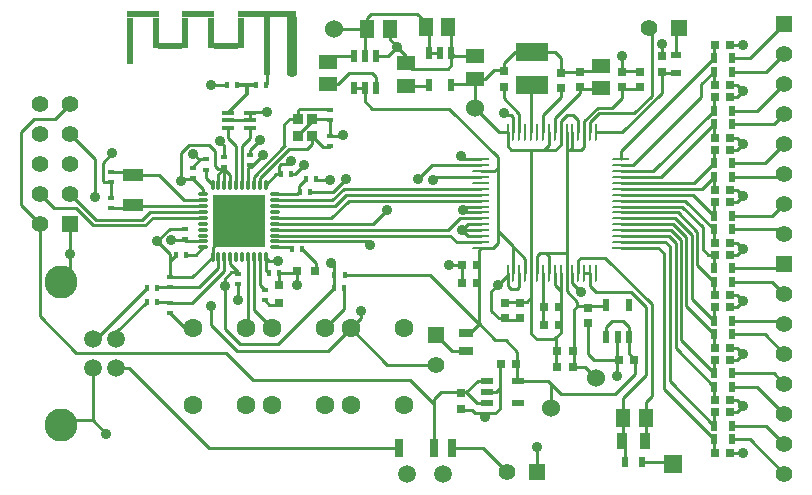
<source format=gtl>
G04 (created by PCBNEW (2013-07-07 BZR 4022)-stable) date 2/3/2015 8:26:14 PM*
%MOIN*%
G04 Gerber Fmt 3.4, Leading zero omitted, Abs format*
%FSLAX34Y34*%
G01*
G70*
G90*
G04 APERTURE LIST*
%ADD10C,0.00590551*%
%ADD11R,0.06X0.0098*%
%ADD12O,0.06X0.0098*%
%ADD13O,0.0098X0.06*%
%ADD14R,0.035X0.055*%
%ADD15R,0.045X0.025*%
%ADD16R,0.0236X0.0157*%
%ADD17R,0.0157X0.0236*%
%ADD18R,0.055X0.055*%
%ADD19C,0.055*%
%ADD20R,0.0708661X0.0393701*%
%ADD21R,0.0334646X0.0374016*%
%ADD22R,0.106X0.063*%
%ADD23R,0.059X0.0512*%
%ADD24R,0.0512X0.059*%
%ADD25R,0.0393701X0.0137795*%
%ADD26C,0.0629921*%
%ADD27R,0.023622X0.0413386*%
%ADD28R,0.0433071X0.023622*%
%ADD29R,0.023622X0.0433071*%
%ADD30R,0.019685X0.0354331*%
%ADD31R,0.0354331X0.019685*%
%ADD32R,0.0275591X0.0314961*%
%ADD33R,0.0314961X0.0275591*%
%ADD34R,0.0590551X0.0590551*%
%ADD35C,0.06*%
%ADD36O,0.0110236X0.0393701*%
%ADD37O,0.0393701X0.0110236*%
%ADD38R,0.177165X0.177165*%
%ADD39C,0.019685*%
%ADD40C,0.0590551*%
%ADD41C,0.110236*%
%ADD42R,0.0275591X0.0590551*%
%ADD43R,0.019685X0.019685*%
%ADD44R,0.019685X0.173228*%
%ADD45R,0.0354331X0.173228*%
%ADD46R,0.19685X0.019685*%
%ADD47R,0.019685X0.103937*%
%ADD48R,0.0787402X0.019685*%
%ADD49R,0.106299X0.019685*%
%ADD50R,0.019685X0.155118*%
%ADD51R,0.0314961X0.0314961*%
%ADD52R,0.023622X0.0177165*%
%ADD53R,0.0177165X0.023622*%
%ADD54C,0.035*%
%ADD55C,0.01*%
%ADD56C,0.0137795*%
G04 APERTURE END LIST*
G54D10*
G54D11*
X124236Y-63301D03*
G54D12*
X124236Y-63104D03*
X124236Y-62907D03*
X124236Y-62710D03*
X124236Y-62513D03*
X124236Y-62317D03*
X124236Y-62120D03*
X124236Y-61923D03*
X124236Y-61726D03*
X124236Y-61529D03*
X124236Y-61332D03*
X124236Y-61136D03*
X124236Y-60939D03*
X124236Y-60742D03*
X124236Y-60545D03*
X124236Y-60348D03*
G54D13*
X123401Y-59450D03*
X123204Y-59450D03*
X123007Y-59450D03*
X122810Y-59450D03*
X122613Y-59450D03*
X122417Y-59450D03*
X122220Y-59450D03*
X122023Y-59450D03*
X121826Y-59450D03*
X121629Y-59450D03*
X121432Y-59450D03*
X121236Y-59450D03*
X121039Y-59450D03*
X120842Y-59450D03*
X120645Y-59450D03*
X120448Y-59450D03*
G54D12*
X119550Y-60348D03*
X119550Y-60545D03*
X119550Y-60742D03*
X119550Y-60939D03*
X119550Y-61136D03*
X119550Y-61332D03*
X119550Y-61529D03*
X119550Y-61726D03*
X119550Y-61923D03*
X119550Y-62120D03*
X119550Y-62317D03*
X119550Y-62513D03*
X119550Y-62710D03*
X119550Y-62907D03*
X119550Y-63104D03*
X119550Y-63301D03*
G54D13*
X120448Y-64136D03*
X120645Y-64136D03*
X121039Y-64136D03*
X120842Y-64143D03*
X121236Y-64136D03*
X121432Y-64136D03*
X121629Y-64136D03*
X121826Y-64136D03*
X122023Y-64136D03*
X122220Y-64136D03*
X122414Y-64136D03*
X122611Y-64136D03*
X122808Y-64136D03*
X123005Y-64136D03*
X123201Y-64136D03*
X123398Y-64136D03*
G54D14*
X125025Y-69750D03*
X124275Y-69750D03*
G54D15*
X119050Y-66125D03*
X119050Y-66725D03*
G54D16*
X110400Y-60702D03*
X110400Y-60348D03*
G54D17*
X108423Y-64650D03*
X108777Y-64650D03*
X108423Y-65100D03*
X108777Y-65100D03*
X113723Y-61000D03*
X114077Y-61000D03*
G54D16*
X112350Y-65052D03*
X112350Y-64698D03*
G54D17*
X113602Y-63350D03*
X113248Y-63350D03*
X114673Y-64200D03*
X115027Y-64200D03*
X112048Y-57875D03*
X112402Y-57875D03*
G54D18*
X129675Y-63825D03*
G54D19*
X129675Y-64825D03*
X129675Y-65825D03*
X129675Y-66825D03*
X129675Y-67825D03*
X129675Y-68825D03*
X129675Y-69825D03*
X129675Y-70825D03*
G54D18*
X129675Y-55825D03*
G54D19*
X129675Y-56825D03*
X129675Y-57825D03*
X129675Y-58825D03*
X129675Y-59825D03*
X129675Y-60825D03*
X129675Y-61825D03*
X129675Y-62825D03*
X105850Y-60500D03*
X105850Y-59500D03*
X104850Y-60500D03*
X104850Y-62500D03*
G54D18*
X105850Y-62500D03*
G54D19*
X104850Y-61500D03*
X105850Y-61500D03*
X104850Y-59500D03*
X104850Y-58500D03*
X105850Y-58500D03*
G54D18*
X121425Y-70775D03*
G54D19*
X120425Y-70775D03*
G54D18*
X118075Y-66200D03*
G54D19*
X118075Y-67200D03*
G54D20*
X107975Y-61867D03*
X107975Y-60882D03*
G54D21*
X113473Y-59014D03*
X113473Y-59585D03*
X113926Y-59014D03*
X113926Y-59585D03*
G54D22*
X121275Y-57875D03*
X121275Y-56775D03*
G54D23*
X114468Y-57855D03*
X114468Y-57105D03*
G54D24*
X115766Y-56003D03*
X116516Y-56003D03*
X117725Y-55950D03*
X118475Y-55950D03*
G54D23*
X119355Y-57664D03*
X119355Y-56914D03*
X117076Y-57904D03*
X117076Y-57154D03*
G54D24*
X125050Y-68975D03*
X124300Y-68975D03*
G54D23*
X123550Y-57975D03*
X123550Y-57225D03*
G54D25*
X111145Y-58794D03*
X111145Y-59050D03*
X111145Y-59305D03*
X111854Y-59305D03*
X111854Y-59050D03*
X111854Y-58794D03*
G54D26*
X111735Y-65970D03*
X109964Y-65970D03*
X109964Y-68529D03*
X111735Y-68529D03*
X112589Y-68529D03*
X114360Y-68529D03*
X114360Y-65970D03*
X112589Y-65970D03*
X115214Y-68529D03*
X116985Y-68529D03*
X116985Y-65970D03*
X115214Y-65970D03*
G54D27*
X115331Y-57970D03*
X115705Y-57970D03*
X116079Y-57970D03*
X116079Y-56907D03*
X115705Y-56907D03*
X115331Y-56907D03*
G54D28*
X120812Y-68481D03*
X120812Y-67733D03*
X119750Y-67733D03*
X119750Y-68107D03*
X119750Y-68481D03*
G54D29*
X124488Y-65216D03*
X123740Y-65216D03*
X123740Y-66279D03*
X124114Y-66279D03*
X124488Y-66279D03*
G54D27*
X117831Y-57871D03*
X118579Y-57871D03*
X118579Y-56808D03*
X118205Y-56808D03*
X117831Y-56808D03*
G54D30*
X127329Y-69225D03*
X127920Y-69225D03*
X127329Y-69675D03*
X127920Y-69675D03*
X127329Y-67475D03*
X127920Y-67475D03*
X127329Y-67925D03*
X127920Y-67925D03*
X127329Y-60925D03*
X127920Y-60925D03*
X127329Y-60475D03*
X127920Y-60475D03*
X127329Y-64425D03*
X127920Y-64425D03*
X127329Y-56975D03*
X127920Y-56975D03*
X127329Y-57425D03*
X127920Y-57425D03*
G54D31*
X126075Y-56879D03*
X126075Y-57470D03*
G54D30*
X124945Y-70425D03*
X124354Y-70425D03*
X127329Y-58725D03*
X127920Y-58725D03*
X127329Y-59175D03*
X127920Y-59175D03*
X127329Y-63975D03*
X127920Y-63975D03*
X127329Y-62225D03*
X127920Y-62225D03*
X127329Y-62675D03*
X127920Y-62675D03*
X127329Y-66175D03*
X127920Y-66175D03*
X127329Y-65725D03*
X127920Y-65725D03*
G54D32*
X127369Y-66625D03*
X127880Y-66625D03*
X127369Y-65275D03*
X127880Y-65275D03*
X127369Y-64875D03*
X127880Y-64875D03*
X127369Y-63525D03*
X127880Y-63525D03*
X127369Y-67025D03*
X127880Y-67025D03*
X127369Y-68375D03*
X127880Y-68375D03*
X127369Y-63125D03*
X127880Y-63125D03*
X127369Y-61775D03*
X127880Y-61775D03*
X127369Y-68775D03*
X127880Y-68775D03*
X127369Y-70125D03*
X127880Y-70125D03*
X127369Y-61375D03*
X127880Y-61375D03*
X127369Y-60025D03*
X127880Y-60025D03*
X127369Y-57875D03*
X127880Y-57875D03*
X127369Y-58275D03*
X127880Y-58275D03*
G54D33*
X125600Y-57430D03*
X125600Y-56919D03*
G54D32*
X127369Y-59625D03*
X127880Y-59625D03*
G54D34*
X125975Y-70500D03*
G54D18*
X126175Y-55975D03*
G54D19*
X125175Y-55975D03*
G54D32*
X127369Y-56525D03*
X127880Y-56525D03*
G54D35*
X121889Y-68622D03*
X123385Y-67637D03*
X114665Y-56003D03*
X119370Y-58622D03*
G54D36*
X110614Y-63600D03*
X110811Y-63600D03*
X111007Y-63600D03*
X111204Y-63600D03*
X111401Y-63600D03*
X111598Y-63600D03*
X111795Y-63600D03*
X111992Y-63600D03*
X112188Y-63600D03*
X112385Y-63600D03*
G54D37*
X112700Y-63285D03*
X112700Y-63088D03*
X112700Y-62892D03*
X112700Y-62695D03*
X112700Y-62498D03*
X112700Y-62301D03*
X112700Y-62104D03*
X112700Y-61907D03*
X112700Y-61711D03*
X112700Y-61514D03*
G54D36*
X112385Y-61199D03*
X112188Y-61199D03*
X111992Y-61199D03*
X111795Y-61199D03*
X111598Y-61199D03*
X111401Y-61199D03*
X111204Y-61199D03*
X111007Y-61199D03*
X110811Y-61199D03*
X110614Y-61199D03*
G54D37*
X110299Y-61514D03*
X110299Y-61711D03*
X110299Y-61907D03*
X110299Y-62104D03*
X110299Y-62301D03*
X110299Y-62498D03*
X110299Y-62695D03*
X110299Y-62892D03*
X110299Y-63088D03*
X110299Y-63285D03*
G54D38*
X111500Y-62400D03*
G54D39*
X111303Y-62596D03*
X111303Y-62203D03*
X111696Y-62203D03*
X111696Y-62596D03*
X111696Y-62990D03*
X111303Y-62990D03*
X110909Y-62990D03*
X110909Y-62596D03*
X110909Y-62203D03*
X110909Y-61809D03*
X111303Y-61809D03*
X111696Y-61809D03*
X112090Y-61809D03*
X112090Y-62203D03*
X112090Y-62596D03*
X112090Y-62990D03*
G54D40*
X107404Y-67317D03*
X107404Y-66332D03*
X106616Y-66332D03*
X106616Y-67317D03*
G54D41*
X105550Y-64454D03*
X105550Y-69195D03*
G54D40*
X118290Y-70850D03*
X117109Y-70850D03*
G54D42*
X116814Y-69964D03*
X117995Y-69964D03*
X118585Y-69964D03*
G54D43*
X112422Y-57450D03*
G54D44*
X112422Y-56485D03*
G54D31*
X113249Y-57450D03*
G54D45*
X113249Y-56485D03*
G54D46*
X112442Y-55520D03*
G54D47*
X111556Y-56138D03*
G54D48*
X111064Y-56560D03*
G54D47*
X110572Y-56138D03*
X109706Y-56138D03*
X108721Y-56138D03*
G54D49*
X110139Y-55520D03*
X108288Y-55520D03*
G54D48*
X109213Y-56560D03*
G54D50*
X107855Y-56394D03*
G54D51*
X112825Y-65145D03*
X112825Y-64554D03*
X114020Y-64075D03*
X113429Y-64075D03*
G54D33*
X122850Y-57955D03*
X122850Y-57444D03*
X123129Y-65295D03*
X123129Y-65807D03*
X120350Y-65144D03*
X120350Y-65655D03*
X120866Y-65137D03*
X120866Y-65649D03*
X122225Y-57980D03*
X122225Y-57469D03*
G54D32*
X121669Y-65875D03*
X122180Y-65875D03*
X121669Y-65275D03*
X122180Y-65275D03*
G54D33*
X120325Y-57930D03*
X120325Y-57419D03*
X124850Y-57955D03*
X124850Y-57444D03*
X124250Y-57955D03*
X124250Y-57444D03*
G54D32*
X119442Y-64474D03*
X118930Y-64474D03*
X119442Y-63874D03*
X118930Y-63874D03*
X120737Y-67157D03*
X120225Y-67157D03*
X122618Y-67283D03*
X122106Y-67283D03*
X122618Y-66732D03*
X122106Y-66732D03*
G54D33*
X118881Y-68151D03*
X118881Y-68663D03*
G54D32*
X124665Y-67027D03*
X124153Y-67027D03*
G54D52*
X109975Y-60967D03*
X109975Y-60632D03*
G54D53*
X112507Y-64125D03*
X112842Y-64125D03*
G54D52*
X111000Y-60617D03*
X111000Y-60282D03*
X111475Y-64157D03*
X111475Y-64492D03*
G54D53*
X114657Y-64625D03*
X114992Y-64625D03*
G54D52*
X111850Y-60542D03*
X111850Y-60207D03*
G54D53*
X112882Y-60850D03*
X113217Y-60850D03*
X111417Y-57875D03*
X111082Y-57875D03*
X109742Y-63525D03*
X109407Y-63525D03*
X113532Y-61450D03*
X113867Y-61450D03*
G54D52*
X109200Y-64282D03*
X109200Y-64617D03*
X109200Y-65132D03*
X109200Y-65467D03*
X109700Y-62992D03*
X109700Y-62657D03*
X107225Y-61967D03*
X107225Y-61632D03*
X107225Y-60782D03*
X107225Y-61117D03*
X114525Y-58707D03*
X114525Y-59042D03*
X114525Y-59892D03*
X114525Y-59557D03*
G54D54*
X116425Y-62050D03*
X117475Y-61000D03*
X115875Y-63200D03*
X117950Y-61025D03*
X114525Y-61025D03*
X115550Y-65400D03*
X110575Y-65225D03*
X106700Y-61600D03*
X109550Y-61075D03*
X114575Y-63800D03*
X113225Y-60400D03*
X112300Y-60200D03*
X112800Y-63725D03*
X111025Y-64575D03*
X109225Y-63050D03*
X116775Y-56600D03*
X114950Y-59550D03*
X113675Y-60525D03*
X107275Y-60150D03*
X119685Y-68937D03*
X124094Y-67559D03*
X122913Y-64763D03*
X121425Y-69950D03*
X120118Y-64527D03*
X118937Y-62716D03*
X118950Y-62025D03*
X118897Y-60236D03*
X120314Y-58818D03*
X124251Y-56889D03*
X125600Y-56500D03*
X128300Y-56525D03*
X128300Y-58075D03*
X128300Y-59825D03*
X128300Y-61575D03*
X128300Y-63325D03*
X128300Y-66825D03*
X128300Y-65075D03*
X128300Y-70150D03*
X128300Y-68575D03*
X118500Y-63875D03*
X113425Y-64525D03*
X112200Y-59700D03*
X110850Y-59750D03*
X110550Y-57875D03*
X115075Y-61000D03*
X111475Y-65025D03*
X105850Y-63500D03*
X107075Y-69500D03*
X108775Y-63075D03*
X109975Y-60175D03*
X113249Y-57450D03*
X112425Y-58775D03*
G54D55*
X122414Y-64736D02*
X122414Y-64136D01*
X123031Y-67283D02*
X123385Y-67637D01*
X121732Y-63464D02*
X122417Y-63464D01*
X121432Y-64136D02*
X121432Y-63568D01*
X121826Y-63558D02*
X121826Y-64136D01*
X121732Y-63464D02*
X121826Y-63558D01*
X121535Y-63464D02*
X121732Y-63464D01*
X121432Y-63568D02*
X121535Y-63464D01*
X123007Y-59450D02*
X123007Y-59079D01*
X123007Y-59079D02*
X123464Y-58622D01*
X122519Y-60039D02*
X122913Y-60039D01*
X123007Y-59945D02*
X123007Y-59450D01*
X122913Y-60039D02*
X123007Y-59945D01*
X122417Y-60039D02*
X122519Y-60039D01*
X122613Y-59946D02*
X122613Y-59450D01*
X122519Y-60039D02*
X122613Y-59946D01*
X122417Y-59450D02*
X122417Y-60039D01*
X122417Y-60039D02*
X122417Y-63464D01*
X122417Y-63464D02*
X122417Y-64133D01*
X122417Y-64133D02*
X122414Y-64136D01*
X123701Y-65255D02*
X123740Y-65216D01*
X122776Y-65099D02*
X122414Y-64736D01*
X123464Y-58622D02*
X123937Y-58622D01*
X122776Y-65255D02*
X122776Y-65099D01*
X123937Y-58622D02*
X124250Y-58309D01*
X122658Y-65373D02*
X122776Y-65255D01*
X124250Y-58309D02*
X124250Y-57996D01*
X124250Y-57996D02*
X124850Y-57996D01*
X122658Y-67283D02*
X123031Y-67283D01*
X122658Y-67283D02*
X122658Y-66732D01*
X122658Y-66732D02*
X122658Y-65373D01*
X122776Y-65255D02*
X123129Y-65255D01*
X123129Y-65255D02*
X123701Y-65255D01*
X119050Y-66125D02*
X119182Y-66125D01*
X119182Y-66125D02*
X119482Y-65825D01*
X119482Y-65825D02*
X117857Y-64200D01*
X117857Y-64200D02*
X115027Y-64200D01*
X121889Y-68622D02*
X121889Y-67834D01*
X119482Y-65820D02*
X119482Y-65825D01*
X120039Y-66377D02*
X119482Y-65820D01*
X120393Y-66377D02*
X120039Y-66377D01*
X120812Y-67733D02*
X121788Y-67733D01*
X121788Y-67733D02*
X121889Y-67834D01*
X121889Y-67834D02*
X122244Y-68188D01*
X119482Y-63368D02*
X119550Y-63301D01*
X120645Y-64136D02*
X120645Y-63282D01*
X120645Y-63282D02*
X120551Y-63188D01*
X121039Y-64136D02*
X121039Y-63676D01*
X121039Y-63676D02*
X120551Y-63188D01*
X120551Y-63188D02*
X120118Y-62755D01*
X120118Y-60590D02*
X120118Y-62755D01*
X120118Y-62755D02*
X120118Y-63149D01*
X119966Y-63301D02*
X119550Y-63301D01*
X120118Y-63149D02*
X119966Y-63301D01*
X119550Y-60742D02*
X120006Y-60742D01*
X115705Y-58421D02*
X115705Y-57970D01*
X115944Y-58661D02*
X115705Y-58421D01*
X118503Y-58661D02*
X115944Y-58661D01*
X120118Y-60275D02*
X118503Y-58661D01*
X120118Y-60629D02*
X120118Y-60590D01*
X120118Y-60590D02*
X120118Y-60275D01*
X120006Y-60742D02*
X120118Y-60629D01*
X123740Y-66279D02*
X123740Y-65925D01*
X124488Y-65925D02*
X124488Y-66279D01*
X124311Y-65748D02*
X124488Y-65925D01*
X123917Y-65748D02*
X124311Y-65748D01*
X123740Y-65925D02*
X123917Y-65748D01*
X115705Y-57970D02*
X115331Y-57970D01*
X120777Y-67697D02*
X120812Y-67733D01*
X120777Y-66761D02*
X120393Y-66377D01*
X122244Y-68188D02*
X124015Y-68188D01*
X124015Y-68188D02*
X124705Y-67499D01*
X119482Y-63874D02*
X119482Y-63368D01*
X119482Y-63874D02*
X119482Y-64474D01*
X119482Y-65825D02*
X119482Y-64474D01*
X124705Y-67499D02*
X124705Y-67027D01*
X124488Y-66810D02*
X124488Y-66279D01*
X124705Y-67027D02*
X124488Y-66810D01*
X120777Y-67157D02*
X120777Y-66761D01*
X120777Y-67157D02*
X120777Y-67697D01*
X122066Y-66732D02*
X122066Y-67283D01*
X122066Y-66732D02*
X122066Y-66280D01*
X122007Y-66338D02*
X122066Y-66280D01*
X122066Y-66280D02*
X122221Y-66125D01*
X121417Y-66338D02*
X122007Y-66338D01*
X121236Y-66157D02*
X121417Y-66338D01*
X121236Y-64945D02*
X121236Y-66157D01*
X121083Y-65097D02*
X121236Y-64945D01*
X122221Y-66125D02*
X122221Y-65875D01*
X120866Y-65097D02*
X121083Y-65097D01*
X119355Y-57664D02*
X119697Y-57664D01*
X119697Y-57664D02*
X119983Y-57379D01*
X121236Y-64136D02*
X121236Y-64945D01*
X121236Y-64136D02*
X121236Y-60039D01*
X122023Y-64136D02*
X122023Y-64542D01*
X122023Y-64542D02*
X122221Y-64740D01*
X122221Y-64740D02*
X122221Y-64137D01*
X122221Y-64137D02*
X122220Y-64136D01*
X122220Y-59450D02*
X122220Y-59079D01*
X122810Y-59030D02*
X122810Y-59450D01*
X122637Y-58858D02*
X122810Y-59030D01*
X122440Y-58858D02*
X122637Y-58858D01*
X122220Y-59079D02*
X122440Y-58858D01*
X121653Y-60039D02*
X122047Y-60039D01*
X122220Y-59866D02*
X122220Y-59450D01*
X122047Y-60039D02*
X122220Y-59866D01*
X120448Y-59450D02*
X120448Y-59916D01*
X121826Y-59866D02*
X121826Y-59450D01*
X121653Y-60039D02*
X121826Y-59866D01*
X120570Y-60039D02*
X121236Y-60039D01*
X121236Y-60039D02*
X121653Y-60039D01*
X120448Y-59916D02*
X120570Y-60039D01*
X119355Y-57664D02*
X119355Y-58626D01*
X120446Y-59448D02*
X120448Y-59450D01*
X120177Y-59448D02*
X120446Y-59448D01*
X119355Y-58626D02*
X120177Y-59448D01*
X123371Y-57404D02*
X123550Y-57225D01*
X121275Y-56775D02*
X122030Y-56775D01*
X122030Y-56775D02*
X122225Y-56969D01*
X120685Y-56775D02*
X121275Y-56775D01*
X118579Y-57871D02*
X118625Y-57824D01*
X119195Y-57824D02*
X119355Y-57664D01*
X118625Y-57824D02*
X119195Y-57824D01*
X120325Y-57135D02*
X120685Y-56775D01*
X119983Y-57379D02*
X120325Y-57379D01*
X120325Y-57379D02*
X120325Y-57135D01*
X122850Y-57404D02*
X123371Y-57404D01*
X122825Y-57429D02*
X122850Y-57404D01*
X122225Y-57429D02*
X122825Y-57429D01*
X122225Y-56969D02*
X122225Y-57429D01*
X120866Y-65097D02*
X120356Y-65097D01*
X120356Y-65097D02*
X120350Y-65104D01*
X122221Y-65275D02*
X122221Y-64740D01*
X122221Y-65275D02*
X122221Y-65875D01*
X127920Y-57425D02*
X129075Y-57425D01*
X129075Y-57425D02*
X129675Y-56825D01*
X127920Y-56975D02*
X128525Y-56975D01*
X128525Y-56975D02*
X129675Y-55825D01*
X127920Y-59175D02*
X129325Y-59175D01*
X129325Y-59175D02*
X129675Y-58825D01*
X127920Y-58725D02*
X128775Y-58725D01*
X128775Y-58725D02*
X129675Y-57825D01*
X127920Y-60925D02*
X129575Y-60925D01*
X129575Y-60925D02*
X129675Y-60825D01*
X127920Y-60475D02*
X129025Y-60475D01*
X129025Y-60475D02*
X129675Y-59825D01*
X127920Y-62675D02*
X129525Y-62675D01*
X129525Y-62675D02*
X129675Y-62825D01*
X127920Y-62225D02*
X129275Y-62225D01*
X129275Y-62225D02*
X129675Y-61825D01*
X127920Y-64425D02*
X129275Y-64425D01*
X129275Y-64425D02*
X129675Y-64825D01*
X127920Y-63975D02*
X129525Y-63975D01*
X129525Y-63975D02*
X129675Y-63825D01*
X127920Y-66175D02*
X129025Y-66175D01*
X129025Y-66175D02*
X129675Y-66825D01*
X127920Y-65725D02*
X129575Y-65725D01*
X129575Y-65725D02*
X129675Y-65825D01*
X127920Y-67925D02*
X128775Y-67925D01*
X128775Y-67925D02*
X129675Y-68825D01*
X127920Y-67475D02*
X129325Y-67475D01*
X129325Y-67475D02*
X129675Y-67825D01*
X127920Y-69675D02*
X128525Y-69675D01*
X128525Y-69675D02*
X129675Y-70825D01*
X127920Y-69225D02*
X129075Y-69225D01*
X129075Y-69225D02*
X129675Y-69825D01*
X124945Y-70425D02*
X125900Y-70425D01*
X125900Y-70425D02*
X125975Y-70500D01*
X122808Y-64136D02*
X122808Y-63717D01*
X125050Y-68425D02*
X125050Y-68975D01*
X125250Y-68225D02*
X125050Y-68425D01*
X125250Y-65175D02*
X125250Y-68225D01*
X123700Y-63625D02*
X125250Y-65175D01*
X122900Y-63625D02*
X123700Y-63625D01*
X122808Y-63717D02*
X122900Y-63625D01*
X125050Y-68975D02*
X125050Y-69725D01*
X125050Y-69725D02*
X125025Y-69750D01*
X124354Y-70425D02*
X124354Y-69829D01*
X124354Y-69829D02*
X124275Y-69750D01*
X124300Y-68975D02*
X124300Y-69725D01*
X124300Y-69725D02*
X124275Y-69750D01*
X123201Y-64136D02*
X123201Y-64576D01*
X124300Y-68300D02*
X124300Y-68975D01*
X125075Y-67525D02*
X124300Y-68300D01*
X125075Y-65275D02*
X125075Y-67525D01*
X124575Y-64775D02*
X125075Y-65275D01*
X123400Y-64775D02*
X124575Y-64775D01*
X123201Y-64576D02*
X123400Y-64775D01*
X123005Y-64136D02*
X123201Y-64136D01*
X119550Y-61529D02*
X115071Y-61529D01*
X114692Y-61907D02*
X112700Y-61907D01*
X115071Y-61529D02*
X114692Y-61907D01*
X119550Y-60545D02*
X117930Y-60545D01*
X115976Y-62498D02*
X112700Y-62498D01*
X116425Y-62050D02*
X115976Y-62498D01*
X117930Y-60545D02*
X117475Y-61000D01*
X119550Y-62317D02*
X118858Y-62317D01*
X118479Y-62695D02*
X112700Y-62695D01*
X118858Y-62317D02*
X118479Y-62695D01*
X119550Y-63104D02*
X118754Y-63104D01*
X118542Y-62892D02*
X112700Y-62892D01*
X118754Y-63104D02*
X118542Y-62892D01*
X119550Y-60939D02*
X118036Y-60939D01*
X115763Y-63088D02*
X112700Y-63088D01*
X115875Y-63200D02*
X115763Y-63088D01*
X118036Y-60939D02*
X117950Y-61025D01*
X126075Y-56879D02*
X126075Y-56075D01*
X126075Y-56075D02*
X126175Y-55975D01*
X123204Y-59450D02*
X123204Y-59108D01*
X125250Y-56050D02*
X125175Y-55975D01*
X125250Y-58225D02*
X125250Y-56050D01*
X124675Y-58800D02*
X125250Y-58225D01*
X123512Y-58800D02*
X124675Y-58800D01*
X123204Y-59108D02*
X123512Y-58800D01*
X119550Y-61332D02*
X114993Y-61332D01*
X114613Y-61711D02*
X112700Y-61711D01*
X114993Y-61332D02*
X114613Y-61711D01*
X121236Y-59450D02*
X121236Y-57914D01*
X121236Y-57914D02*
X121275Y-57875D01*
X120325Y-58317D02*
X120325Y-57971D01*
X120842Y-58834D02*
X120325Y-58317D01*
X120842Y-59450D02*
X120842Y-58834D01*
X121629Y-65875D02*
X121629Y-65275D01*
X121629Y-64136D02*
X121629Y-65275D01*
X122225Y-58286D02*
X122225Y-58021D01*
X121629Y-58882D02*
X122225Y-58286D01*
X121629Y-59450D02*
X121629Y-58882D01*
X122850Y-57996D02*
X123529Y-57996D01*
X122850Y-58153D02*
X122850Y-57996D01*
X122023Y-58980D02*
X122850Y-58153D01*
X123529Y-57996D02*
X123550Y-57975D01*
X122023Y-59450D02*
X122023Y-58980D01*
X120425Y-70775D02*
X119614Y-69964D01*
X119614Y-69964D02*
X118585Y-69964D01*
X112422Y-57450D02*
X112422Y-56485D01*
X112402Y-57875D02*
X112422Y-57854D01*
X112422Y-57854D02*
X112422Y-57450D01*
X105850Y-61500D02*
X106725Y-62375D01*
X108545Y-62104D02*
X110299Y-62104D01*
X108275Y-62375D02*
X108545Y-62104D01*
X106725Y-62375D02*
X108275Y-62375D01*
X110299Y-62301D02*
X108626Y-62301D01*
X105325Y-61975D02*
X104850Y-61500D01*
X106050Y-61975D02*
X105325Y-61975D01*
X106625Y-62550D02*
X106050Y-61975D01*
X108378Y-62550D02*
X106625Y-62550D01*
X108626Y-62301D02*
X108378Y-62550D01*
X112188Y-63600D02*
X112188Y-64536D01*
X112188Y-64536D02*
X112350Y-64698D01*
X112700Y-63285D02*
X113183Y-63285D01*
X113183Y-63285D02*
X113248Y-63350D01*
X113484Y-61450D02*
X113484Y-61239D01*
X113484Y-61239D02*
X113723Y-61000D01*
X112700Y-61514D02*
X113419Y-61514D01*
X113419Y-61514D02*
X113484Y-61450D01*
X115214Y-65970D02*
X116443Y-67200D01*
X116443Y-67200D02*
X118075Y-67200D01*
X115214Y-65970D02*
X115550Y-65634D01*
X114102Y-61025D02*
X114077Y-61000D01*
X114525Y-61025D02*
X114102Y-61025D01*
X115550Y-65634D02*
X115550Y-65400D01*
X105850Y-59500D02*
X106700Y-60350D01*
X114459Y-66725D02*
X115214Y-65970D01*
X111425Y-66725D02*
X114459Y-66725D01*
X110575Y-65875D02*
X111425Y-66725D01*
X110575Y-65225D02*
X110575Y-65875D01*
X106700Y-60350D02*
X106700Y-61600D01*
X111401Y-61199D02*
X111401Y-59901D01*
X111145Y-59645D02*
X111145Y-59305D01*
X111401Y-59901D02*
X111145Y-59645D01*
X111598Y-61199D02*
X111598Y-59901D01*
X111850Y-59310D02*
X111854Y-59305D01*
X111850Y-59650D02*
X111850Y-59310D01*
X111598Y-59901D02*
X111850Y-59650D01*
X119550Y-61726D02*
X115149Y-61726D01*
X114573Y-62301D02*
X112700Y-62301D01*
X115149Y-61726D02*
X114573Y-62301D01*
X111795Y-63600D02*
X111795Y-65911D01*
X111795Y-65911D02*
X111735Y-65970D01*
X111992Y-63600D02*
X111992Y-65373D01*
X111992Y-65373D02*
X112589Y-65970D01*
G54D56*
X111145Y-58794D02*
X111775Y-58164D01*
X111775Y-58164D02*
X111775Y-57875D01*
X111998Y-57875D02*
X111775Y-57875D01*
X111775Y-57875D02*
X111466Y-57875D01*
G54D55*
X108423Y-65100D02*
X107404Y-66118D01*
X107404Y-66118D02*
X107404Y-66332D01*
X111007Y-63600D02*
X111007Y-64067D01*
X109941Y-65134D02*
X109200Y-65134D01*
X111007Y-64067D02*
X109941Y-65134D01*
X108777Y-65100D02*
X109166Y-65100D01*
X109166Y-65100D02*
X109200Y-65134D01*
X108423Y-64650D02*
X106740Y-66332D01*
X106740Y-66332D02*
X106616Y-66332D01*
X109200Y-64617D02*
X108809Y-64617D01*
X108809Y-64617D02*
X108777Y-64650D01*
X109200Y-64617D02*
X110157Y-64617D01*
X110811Y-63963D02*
X110811Y-63600D01*
X110157Y-64617D02*
X110811Y-63963D01*
X114657Y-64625D02*
X114657Y-64215D01*
X114657Y-64215D02*
X114673Y-64200D01*
X111025Y-64575D02*
X111025Y-66000D01*
X112782Y-66500D02*
X114657Y-64625D01*
X111525Y-66500D02*
X112782Y-66500D01*
X111025Y-66000D02*
X111525Y-66500D01*
X114650Y-63875D02*
X114650Y-64125D01*
X114575Y-63800D02*
X114650Y-63875D01*
X112834Y-60566D02*
X112834Y-60850D01*
X112900Y-60500D02*
X112834Y-60566D01*
X113125Y-60500D02*
X112900Y-60500D01*
X113225Y-60400D02*
X113125Y-60500D01*
X111850Y-60591D02*
X111909Y-60591D01*
X111909Y-60591D02*
X112300Y-60200D01*
X112385Y-63600D02*
X112510Y-63725D01*
X112510Y-63725D02*
X112800Y-63725D01*
X112385Y-61199D02*
X112735Y-60850D01*
X112735Y-60850D02*
X112834Y-60850D01*
X111241Y-64109D02*
X111475Y-64109D01*
X111025Y-64575D02*
X111025Y-64325D01*
X111025Y-64325D02*
X111241Y-64109D01*
X111204Y-63600D02*
X111204Y-63838D01*
X111204Y-63838D02*
X111475Y-64109D01*
X111000Y-60666D02*
X110791Y-60666D01*
X110791Y-60666D02*
X110700Y-60575D01*
X110700Y-60575D02*
X110700Y-60075D01*
X110700Y-60075D02*
X110500Y-59875D01*
X110500Y-59875D02*
X109825Y-59875D01*
X109825Y-59875D02*
X109550Y-60150D01*
X109550Y-60150D02*
X109550Y-61075D01*
X109700Y-63041D02*
X109234Y-63041D01*
X109234Y-63041D02*
X109225Y-63050D01*
X109609Y-61016D02*
X109975Y-61016D01*
X109550Y-61075D02*
X109609Y-61016D01*
X110299Y-61514D02*
X110299Y-61340D01*
X110299Y-61340D02*
X109975Y-61016D01*
X110811Y-61199D02*
X110811Y-60854D01*
X110811Y-60854D02*
X111000Y-60666D01*
X111007Y-61199D02*
X111007Y-60673D01*
X111007Y-60673D02*
X111000Y-60666D01*
X111204Y-61199D02*
X111204Y-60870D01*
X111204Y-60870D02*
X111000Y-60666D01*
X111795Y-61199D02*
X111795Y-60645D01*
X111795Y-60645D02*
X111850Y-60591D01*
X112385Y-63600D02*
X112385Y-64051D01*
X112385Y-64051D02*
X112459Y-64125D01*
X110299Y-63088D02*
X109747Y-63088D01*
X109747Y-63088D02*
X109700Y-63041D01*
X107225Y-61967D02*
X107874Y-61967D01*
X107874Y-61967D02*
X107975Y-61867D01*
X110299Y-61907D02*
X108015Y-61907D01*
X108015Y-61907D02*
X107975Y-61867D01*
X107225Y-60782D02*
X107874Y-60782D01*
X107874Y-60782D02*
X107975Y-60882D01*
X110299Y-61711D02*
X109661Y-61711D01*
X108832Y-60882D02*
X107975Y-60882D01*
X109661Y-61711D02*
X108832Y-60882D01*
X113150Y-60001D02*
X113776Y-60001D01*
X113926Y-59851D02*
X113926Y-59585D01*
X113776Y-60001D02*
X113926Y-59851D01*
X114525Y-59941D02*
X114281Y-59941D01*
X114281Y-59941D02*
X113926Y-59585D01*
X112188Y-61199D02*
X112188Y-60962D01*
X112188Y-60962D02*
X113150Y-60001D01*
X113150Y-60001D02*
X113138Y-60013D01*
X113012Y-59912D02*
X113012Y-59187D01*
X113185Y-59014D02*
X113473Y-59014D01*
X113012Y-59187D02*
X113185Y-59014D01*
X114525Y-58659D02*
X113534Y-58659D01*
X113534Y-58659D02*
X113473Y-58719D01*
X113473Y-58719D02*
X113473Y-59014D01*
X111992Y-61199D02*
X111992Y-60932D01*
X111992Y-60932D02*
X113012Y-59912D01*
X113012Y-59912D02*
X113025Y-59900D01*
X117882Y-55954D02*
X117428Y-55500D01*
X115766Y-55633D02*
X115766Y-56003D01*
X115900Y-55500D02*
X115766Y-55633D01*
X117428Y-55500D02*
X115900Y-55500D01*
X115766Y-56003D02*
X114665Y-56003D01*
X115705Y-56907D02*
X115705Y-56065D01*
X115705Y-56065D02*
X115766Y-56003D01*
X117831Y-56808D02*
X118205Y-56808D01*
X117831Y-56808D02*
X117831Y-56006D01*
X117831Y-56006D02*
X117882Y-55954D01*
X107404Y-67317D02*
X107842Y-67317D01*
X110489Y-69964D02*
X116814Y-69964D01*
X107842Y-67317D02*
X110489Y-69964D01*
X116516Y-56003D02*
X116516Y-56341D01*
X116516Y-56341D02*
X116775Y-56600D01*
X117076Y-57154D02*
X117076Y-56901D01*
X117076Y-56901D02*
X116775Y-56600D01*
X116079Y-56907D02*
X116467Y-56907D01*
X116467Y-56907D02*
X116775Y-56600D01*
X114525Y-59557D02*
X114942Y-59557D01*
X114942Y-59557D02*
X114950Y-59550D01*
X113473Y-59585D02*
X113473Y-59526D01*
X113926Y-59073D02*
X113926Y-59014D01*
X113473Y-59526D02*
X113926Y-59073D01*
X114525Y-59557D02*
X114525Y-59042D01*
X113926Y-59014D02*
X114497Y-59014D01*
X114497Y-59014D02*
X114525Y-59042D01*
X113217Y-60850D02*
X113350Y-60850D01*
X113350Y-60850D02*
X113675Y-60525D01*
X120350Y-65655D02*
X120155Y-65655D01*
X119900Y-64745D02*
X120118Y-64527D01*
X119900Y-65400D02*
X119900Y-64745D01*
X120155Y-65655D02*
X119900Y-65400D01*
X107225Y-61632D02*
X107225Y-61117D01*
X107225Y-61117D02*
X106992Y-61117D01*
X106950Y-60475D02*
X107275Y-60150D01*
X106950Y-61075D02*
X106950Y-60475D01*
X106992Y-61117D02*
X106950Y-61075D01*
X114992Y-64625D02*
X114992Y-65338D01*
X114992Y-65338D02*
X114360Y-65970D01*
X120185Y-67983D02*
X120185Y-67157D01*
X120185Y-68672D02*
X120185Y-67983D01*
X120061Y-68107D02*
X120185Y-67983D01*
X120039Y-68818D02*
X120185Y-68672D01*
X119685Y-68818D02*
X120039Y-68818D01*
X119685Y-68818D02*
X119685Y-68937D01*
X119370Y-68818D02*
X119685Y-68818D01*
X119254Y-68703D02*
X119370Y-68818D01*
X124113Y-67027D02*
X124113Y-67540D01*
X123326Y-67027D02*
X124113Y-67027D01*
X124113Y-67540D02*
X124094Y-67559D01*
X122611Y-64461D02*
X122913Y-64763D01*
X119127Y-62907D02*
X118937Y-62716D01*
X119140Y-62513D02*
X118937Y-62716D01*
X118937Y-62716D02*
X118943Y-62710D01*
X119045Y-62120D02*
X118950Y-62025D01*
X119052Y-61923D02*
X118950Y-62025D01*
X119009Y-60348D02*
X118897Y-60236D01*
X120551Y-58858D02*
X120354Y-58858D01*
X120354Y-58858D02*
X120314Y-58818D01*
X120645Y-58952D02*
X120551Y-58858D01*
X128100Y-58275D02*
X128300Y-58075D01*
X128300Y-58075D02*
X128100Y-57875D01*
X128100Y-60025D02*
X128300Y-59825D01*
X128300Y-59825D02*
X128100Y-59625D01*
X128100Y-61775D02*
X128300Y-61575D01*
X128300Y-61575D02*
X128100Y-61375D01*
X128100Y-63525D02*
X128300Y-63325D01*
X128300Y-63325D02*
X128100Y-63125D01*
X128100Y-67025D02*
X128300Y-66825D01*
X128300Y-66825D02*
X128100Y-66625D01*
X128100Y-65275D02*
X128300Y-65075D01*
X128300Y-65075D02*
X128100Y-64875D01*
X128300Y-70150D02*
X128275Y-70125D01*
X128100Y-68775D02*
X128300Y-68575D01*
X128300Y-68575D02*
X128100Y-68375D01*
X124250Y-56891D02*
X124251Y-56889D01*
X123129Y-65847D02*
X123129Y-66830D01*
X123129Y-66830D02*
X123326Y-67027D01*
X120866Y-65689D02*
X120356Y-65689D01*
X120356Y-65689D02*
X120350Y-65696D01*
X124250Y-57404D02*
X124250Y-56891D01*
X124250Y-57404D02*
X124850Y-57404D01*
X118930Y-64474D02*
X118930Y-63874D01*
X118930Y-63874D02*
X118929Y-63875D01*
X118929Y-63875D02*
X118500Y-63875D01*
X108775Y-63075D02*
X109200Y-63500D01*
X109200Y-63500D02*
X109200Y-63732D01*
X109407Y-63525D02*
X109200Y-63732D01*
X109200Y-63732D02*
X109200Y-64282D01*
X110614Y-63600D02*
X109932Y-64282D01*
X109932Y-64282D02*
X109200Y-64282D01*
X109964Y-65970D02*
X109703Y-65970D01*
X109703Y-65970D02*
X109200Y-65467D01*
X109700Y-62657D02*
X109192Y-62657D01*
X109192Y-62657D02*
X108775Y-63075D01*
X113429Y-64075D02*
X113425Y-64079D01*
X113425Y-64079D02*
X113425Y-64525D01*
X113429Y-64075D02*
X113379Y-64125D01*
X113379Y-64125D02*
X112842Y-64125D01*
X112825Y-64554D02*
X112842Y-64537D01*
X112842Y-64537D02*
X112842Y-64125D01*
X125600Y-56919D02*
X125600Y-56500D01*
X113249Y-57450D02*
X113249Y-56485D01*
X111850Y-60159D02*
X111850Y-60050D01*
X111850Y-60050D02*
X112200Y-59700D01*
X111000Y-60234D02*
X111000Y-59900D01*
X111000Y-59900D02*
X110850Y-59750D01*
X111034Y-57875D02*
X110550Y-57875D01*
X111854Y-59050D02*
X111145Y-59050D01*
X111854Y-59050D02*
X111854Y-58794D01*
X114625Y-61450D02*
X113916Y-61450D01*
X115075Y-61000D02*
X114625Y-61450D01*
X111475Y-64541D02*
X111475Y-65025D01*
X121425Y-70775D02*
X121425Y-69950D01*
X106616Y-69025D02*
X105720Y-69025D01*
X105720Y-69025D02*
X105550Y-69195D01*
X106616Y-67317D02*
X106616Y-69025D01*
X106616Y-69025D02*
X106616Y-69041D01*
X107075Y-69500D02*
X106616Y-69041D01*
X105850Y-62500D02*
X105850Y-63500D01*
X105850Y-63500D02*
X105850Y-64154D01*
X105850Y-64154D02*
X105550Y-64454D01*
X110614Y-63600D02*
X110614Y-63285D01*
X110614Y-63285D02*
X111500Y-62400D01*
X110150Y-60409D02*
X110150Y-60350D01*
X110150Y-60350D02*
X109975Y-60175D01*
X128275Y-70125D02*
X127880Y-70125D01*
X127880Y-68775D02*
X128100Y-68775D01*
X128100Y-68375D02*
X127880Y-68375D01*
X127880Y-67025D02*
X128100Y-67025D01*
X128100Y-66625D02*
X127880Y-66625D01*
X127880Y-65275D02*
X128100Y-65275D01*
X128100Y-64875D02*
X127880Y-64875D01*
X127880Y-63525D02*
X128100Y-63525D01*
X128100Y-63125D02*
X127880Y-63125D01*
X127880Y-61775D02*
X128100Y-61775D01*
X128100Y-61375D02*
X127880Y-61375D01*
X127880Y-60025D02*
X128100Y-60025D01*
X128100Y-59625D02*
X127880Y-59625D01*
X127880Y-58275D02*
X128100Y-58275D01*
X127880Y-56525D02*
X128300Y-56525D01*
X128100Y-57875D02*
X127880Y-57875D01*
X111854Y-58794D02*
X111873Y-58775D01*
X112425Y-58775D02*
X111873Y-58775D01*
X119550Y-62120D02*
X119045Y-62120D01*
X119550Y-61923D02*
X119052Y-61923D01*
X109975Y-60584D02*
X110150Y-60409D01*
X110150Y-60409D02*
X110211Y-60348D01*
X110211Y-60348D02*
X110400Y-60348D01*
X120645Y-59450D02*
X120645Y-58952D01*
X119550Y-60348D02*
X119009Y-60348D01*
X119550Y-62907D02*
X119127Y-62907D01*
X119550Y-62513D02*
X119140Y-62513D01*
X119550Y-62710D02*
X118943Y-62710D01*
X120448Y-64136D02*
X120448Y-64197D01*
X120448Y-64197D02*
X120118Y-64527D01*
X120842Y-64143D02*
X120842Y-64591D01*
X120448Y-64581D02*
X120448Y-64136D01*
X120551Y-64685D02*
X120448Y-64581D01*
X120748Y-64685D02*
X120551Y-64685D01*
X120842Y-64591D02*
X120748Y-64685D01*
X122611Y-64136D02*
X122611Y-64461D01*
X124113Y-67027D02*
X124113Y-66280D01*
X124113Y-66280D02*
X124114Y-66279D01*
X117076Y-57154D02*
X117254Y-57332D01*
X118579Y-57208D02*
X118579Y-56808D01*
X118454Y-57332D02*
X118579Y-57208D01*
X117254Y-57332D02*
X118454Y-57332D01*
X119355Y-56914D02*
X118685Y-56914D01*
X118685Y-56914D02*
X118579Y-56808D01*
X118579Y-56808D02*
X118579Y-56008D01*
X118579Y-56008D02*
X118632Y-55954D01*
X119750Y-68107D02*
X120061Y-68107D01*
X118881Y-68703D02*
X119254Y-68703D01*
X124236Y-62120D02*
X126120Y-62120D01*
X126775Y-63870D02*
X127329Y-64425D01*
X126775Y-62775D02*
X126775Y-63870D01*
X126120Y-62120D02*
X126775Y-62775D01*
X127329Y-64425D02*
X127329Y-64835D01*
X127329Y-64835D02*
X127369Y-64875D01*
X117831Y-57871D02*
X117798Y-57904D01*
X117798Y-57904D02*
X117076Y-57904D01*
X114468Y-57855D02*
X114782Y-57855D01*
X116079Y-57614D02*
X116079Y-57970D01*
X115944Y-57480D02*
X116079Y-57614D01*
X115157Y-57480D02*
X115944Y-57480D01*
X114782Y-57855D02*
X115157Y-57480D01*
X115331Y-56907D02*
X114666Y-56907D01*
X114666Y-56907D02*
X114468Y-57105D01*
X118075Y-66200D02*
X118600Y-66725D01*
X118600Y-66725D02*
X119050Y-66725D01*
X110400Y-60702D02*
X110400Y-60985D01*
X110400Y-60985D02*
X110614Y-61199D01*
X109791Y-63525D02*
X110060Y-63525D01*
X110060Y-63525D02*
X110299Y-63285D01*
X112498Y-65200D02*
X112850Y-65200D01*
X112350Y-65052D02*
X112498Y-65200D01*
X114050Y-63798D02*
X114050Y-64000D01*
X113602Y-63350D02*
X114050Y-63798D01*
X124236Y-61136D02*
X126668Y-61136D01*
X126668Y-61136D02*
X127329Y-60475D01*
X127329Y-60475D02*
X127329Y-60064D01*
X127329Y-60064D02*
X127369Y-60025D01*
X124236Y-60348D02*
X124236Y-60068D01*
X124236Y-60068D02*
X127329Y-56975D01*
X127329Y-56975D02*
X127329Y-56564D01*
X127329Y-56564D02*
X127369Y-56525D01*
X124236Y-60545D02*
X124630Y-60545D01*
X126900Y-57854D02*
X127329Y-57425D01*
X126900Y-58275D02*
X126900Y-57854D01*
X124630Y-60545D02*
X126900Y-58275D01*
X127329Y-57425D02*
X127329Y-57835D01*
X127329Y-57835D02*
X127369Y-57875D01*
X124236Y-61332D02*
X126922Y-61332D01*
X126922Y-61332D02*
X127329Y-60925D01*
X127329Y-60925D02*
X127329Y-61335D01*
X127329Y-61335D02*
X127369Y-61375D01*
X124236Y-60742D02*
X125312Y-60742D01*
X125312Y-60742D02*
X127329Y-58725D01*
X127329Y-58725D02*
X127329Y-58314D01*
X127329Y-58314D02*
X127369Y-58275D01*
X124236Y-60939D02*
X125565Y-60939D01*
X125565Y-60939D02*
X127329Y-59175D01*
X127329Y-59175D02*
X127329Y-59585D01*
X127329Y-59585D02*
X127369Y-59625D01*
X126075Y-57470D02*
X125639Y-57470D01*
X125639Y-57470D02*
X125600Y-57430D01*
X123401Y-59450D02*
X124275Y-59450D01*
X125600Y-58125D02*
X125600Y-57430D01*
X124275Y-59450D02*
X125600Y-58125D01*
X127329Y-69225D02*
X125850Y-67745D01*
X125704Y-63104D02*
X124236Y-63104D01*
X125850Y-63250D02*
X125704Y-63104D01*
X125850Y-67745D02*
X125850Y-63250D01*
X127329Y-69275D02*
X127329Y-68864D01*
X127329Y-68864D02*
X127369Y-68825D01*
X124236Y-63301D02*
X125476Y-63301D01*
X125650Y-67995D02*
X127329Y-69675D01*
X125650Y-63475D02*
X125650Y-67995D01*
X125476Y-63301D02*
X125650Y-63475D01*
X127329Y-69725D02*
X127329Y-70135D01*
X127329Y-70135D02*
X127369Y-70175D01*
X124236Y-62317D02*
X126042Y-62317D01*
X126600Y-64995D02*
X127329Y-65725D01*
X126600Y-62875D02*
X126600Y-64995D01*
X126042Y-62317D02*
X126600Y-62875D01*
X127329Y-65725D02*
X127329Y-65314D01*
X127329Y-65314D02*
X127369Y-65275D01*
X124236Y-62513D02*
X125963Y-62513D01*
X126400Y-65245D02*
X127329Y-66175D01*
X126400Y-62950D02*
X126400Y-65245D01*
X125963Y-62513D02*
X126400Y-62950D01*
X127329Y-66175D02*
X127329Y-66585D01*
X127329Y-66585D02*
X127369Y-66625D01*
X127329Y-67475D02*
X126225Y-66370D01*
X125910Y-62710D02*
X124236Y-62710D01*
X126225Y-63025D02*
X125910Y-62710D01*
X126225Y-66370D02*
X126225Y-63025D01*
X127329Y-67475D02*
X127329Y-67064D01*
X127329Y-67064D02*
X127369Y-67025D01*
X124236Y-62907D02*
X125832Y-62907D01*
X126050Y-66645D02*
X127329Y-67925D01*
X126050Y-63125D02*
X126050Y-66645D01*
X125832Y-62907D02*
X126050Y-63125D01*
X127329Y-67925D02*
X127329Y-68335D01*
X127329Y-68335D02*
X127369Y-68375D01*
X124236Y-61726D02*
X126380Y-61726D01*
X126380Y-61726D02*
X127329Y-62675D01*
X127329Y-62675D02*
X127329Y-63085D01*
X127329Y-63085D02*
X127369Y-63125D01*
X124236Y-61529D02*
X126633Y-61529D01*
X126633Y-61529D02*
X127329Y-62225D01*
X127329Y-62225D02*
X127329Y-61814D01*
X127329Y-61814D02*
X127369Y-61775D01*
X124236Y-61923D02*
X126273Y-61923D01*
X127125Y-63525D02*
X127369Y-63525D01*
X126950Y-63350D02*
X127125Y-63525D01*
X126950Y-62600D02*
X126950Y-63350D01*
X126273Y-61923D02*
X126950Y-62600D01*
X127329Y-63975D02*
X127329Y-63564D01*
X127329Y-63564D02*
X127369Y-63525D01*
X118238Y-68111D02*
X118881Y-68111D01*
X118881Y-68111D02*
X119073Y-68111D01*
X119073Y-68111D02*
X119451Y-67733D01*
X118881Y-68111D02*
X119076Y-68111D01*
X119076Y-68111D02*
X119446Y-68481D01*
X117995Y-68354D02*
X118238Y-68111D01*
X117995Y-68495D02*
X117995Y-68354D01*
X117200Y-67700D02*
X117995Y-68495D01*
X111975Y-67700D02*
X117200Y-67700D01*
X111075Y-66800D02*
X111975Y-67700D01*
X106075Y-66800D02*
X111075Y-66800D01*
X104850Y-65575D02*
X106075Y-66800D01*
X104850Y-62500D02*
X104850Y-65575D01*
X117995Y-69964D02*
X117995Y-68495D01*
X105850Y-58500D02*
X105350Y-59000D01*
X104225Y-61875D02*
X104850Y-62500D01*
X104225Y-59450D02*
X104225Y-61875D01*
X104675Y-59000D02*
X104225Y-59450D01*
X105350Y-59000D02*
X104675Y-59000D01*
X119451Y-67733D02*
X119750Y-67733D01*
X119446Y-68481D02*
X119750Y-68481D01*
M02*

</source>
